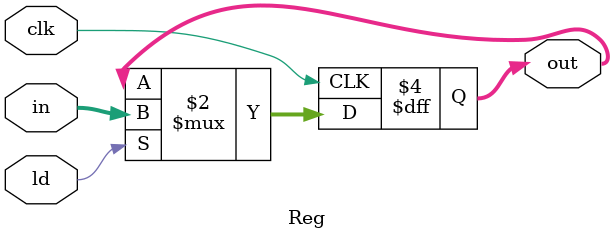
<source format=v>
module DataPath (BRGCLK, cnt_en, cnt_rst, ld_en,N);
	input BRGCLK, cnt_en, cnt_rst, ld_en;
 	output [7 : 0]N;
	wire [7 : 0] cnt_output;

	my_cnt counter(BRGCLK, cnt_en, cnt_rst, cnt_output);
	Reg my_reg(BRGCLK, ld_en, cnt_output, N);
endmodule

module my_cnt(clk, en, rst,out);
	input clk, en, rst;
	output reg [7 : 0]out;
	always @(posedge clk, posedge rst)
	begin
		if (rst)
			out <= 0;
		else if (en)
			out <= out + 1;
	end
endmodule

module Reg(clk, ld,in,out);

	input clk, ld;
	input [7 : 0]in;
	output reg [7 : 0] out;	
	always @(posedge clk)
	begin
		if (ld)
			out <= in;
	end
endmodule
</source>
